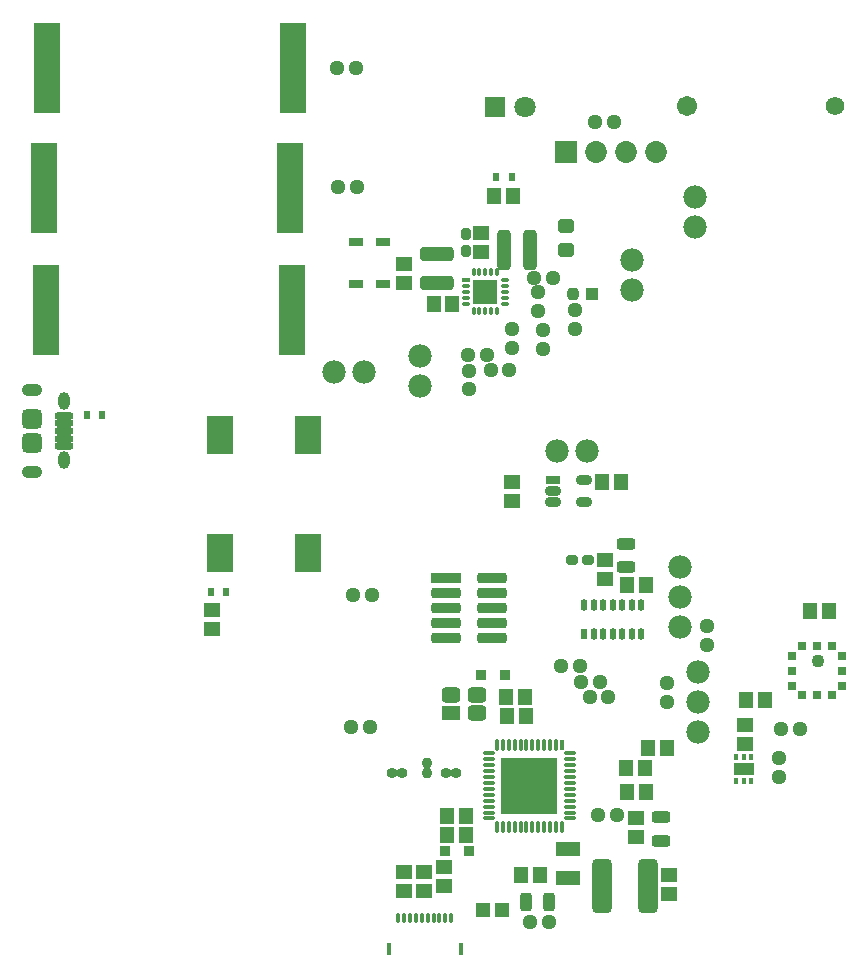
<source format=gts>
G04*
G04 #@! TF.GenerationSoftware,Altium Limited,Altium Designer,23.1.1 (15)*
G04*
G04 Layer_Color=8388736*
%FSLAX44Y44*%
%MOMM*%
G71*
G04*
G04 #@! TF.SameCoordinates,8BC828A1-C8E0-4588-AEB6-AA5E87443106*
G04*
G04*
G04 #@! TF.FilePolarity,Negative*
G04*
G01*
G75*
G04:AMPARAMS|DCode=73|XSize=0.8616mm|YSize=2.5016mm|CornerRadius=0.2408mm|HoleSize=0mm|Usage=FLASHONLY|Rotation=270.000|XOffset=0mm|YOffset=0mm|HoleType=Round|Shape=RoundedRectangle|*
%AMROUNDEDRECTD73*
21,1,0.8616,2.0200,0,0,270.0*
21,1,0.3800,2.5016,0,0,270.0*
1,1,0.4816,-1.0100,-0.1900*
1,1,0.4816,-1.0100,0.1900*
1,1,0.4816,1.0100,0.1900*
1,1,0.4816,1.0100,-0.1900*
%
%ADD73ROUNDEDRECTD73*%
%ADD74R,2.5016X0.8616*%
%ADD75R,0.8532X0.9032*%
%ADD76R,1.6032X1.3032*%
G04:AMPARAMS|DCode=77|XSize=1.6032mm|YSize=1.3032mm|CornerRadius=0.3766mm|HoleSize=0mm|Usage=FLASHONLY|Rotation=0.000|XOffset=0mm|YOffset=0mm|HoleType=Round|Shape=RoundedRectangle|*
%AMROUNDEDRECTD77*
21,1,1.6032,0.5500,0,0,0.0*
21,1,0.8500,1.3032,0,0,0.0*
1,1,0.7532,0.4250,-0.2750*
1,1,0.7532,-0.4250,-0.2750*
1,1,0.7532,-0.4250,0.2750*
1,1,0.7532,0.4250,0.2750*
%
%ADD77ROUNDEDRECTD77*%
%ADD78R,2.1500X2.1500*%
%ADD79R,0.7000X0.3400*%
G04:AMPARAMS|DCode=80|XSize=0.34mm|YSize=0.7mm|CornerRadius=0.11mm|HoleSize=0mm|Usage=FLASHONLY|Rotation=90.000|XOffset=0mm|YOffset=0mm|HoleType=Round|Shape=RoundedRectangle|*
%AMROUNDEDRECTD80*
21,1,0.3400,0.4800,0,0,90.0*
21,1,0.1200,0.7000,0,0,90.0*
1,1,0.2200,0.2400,0.0600*
1,1,0.2200,0.2400,-0.0600*
1,1,0.2200,-0.2400,-0.0600*
1,1,0.2200,-0.2400,0.0600*
%
%ADD80ROUNDEDRECTD80*%
G04:AMPARAMS|DCode=81|XSize=0.34mm|YSize=0.7mm|CornerRadius=0.11mm|HoleSize=0mm|Usage=FLASHONLY|Rotation=0.000|XOffset=0mm|YOffset=0mm|HoleType=Round|Shape=RoundedRectangle|*
%AMROUNDEDRECTD81*
21,1,0.3400,0.4800,0,0,0.0*
21,1,0.1200,0.7000,0,0,0.0*
1,1,0.2200,0.0600,-0.2400*
1,1,0.2200,-0.0600,-0.2400*
1,1,0.2200,-0.0600,0.2400*
1,1,0.2200,0.0600,0.2400*
%
%ADD81ROUNDEDRECTD81*%
G04:AMPARAMS|DCode=82|XSize=3.4032mm|YSize=1.2032mm|CornerRadius=0.3516mm|HoleSize=0mm|Usage=FLASHONLY|Rotation=90.000|XOffset=0mm|YOffset=0mm|HoleType=Round|Shape=RoundedRectangle|*
%AMROUNDEDRECTD82*
21,1,3.4032,0.5000,0,0,90.0*
21,1,2.7000,1.2032,0,0,90.0*
1,1,0.7032,0.2500,1.3500*
1,1,0.7032,0.2500,-1.3500*
1,1,0.7032,-0.2500,-1.3500*
1,1,0.7032,-0.2500,1.3500*
%
%ADD82ROUNDEDRECTD82*%
%ADD83R,1.4032X1.2032*%
G04:AMPARAMS|DCode=84|XSize=0.8032mm|YSize=1.0032mm|CornerRadius=0.2516mm|HoleSize=0mm|Usage=FLASHONLY|Rotation=180.000|XOffset=0mm|YOffset=0mm|HoleType=Round|Shape=RoundedRectangle|*
%AMROUNDEDRECTD84*
21,1,0.8032,0.5000,0,0,180.0*
21,1,0.3000,1.0032,0,0,180.0*
1,1,0.5032,-0.1500,0.2500*
1,1,0.5032,0.1500,0.2500*
1,1,0.5032,0.1500,-0.2500*
1,1,0.5032,-0.1500,-0.2500*
%
%ADD84ROUNDEDRECTD84*%
%ADD85R,1.2032X1.4032*%
G04:AMPARAMS|DCode=86|XSize=2.9032mm|YSize=1.2032mm|CornerRadius=0.3516mm|HoleSize=0mm|Usage=FLASHONLY|Rotation=180.000|XOffset=0mm|YOffset=0mm|HoleType=Round|Shape=RoundedRectangle|*
%AMROUNDEDRECTD86*
21,1,2.9032,0.5000,0,0,180.0*
21,1,2.2000,1.2032,0,0,180.0*
1,1,0.7032,-1.1000,0.2500*
1,1,0.7032,1.1000,0.2500*
1,1,0.7032,1.1000,-0.2500*
1,1,0.7032,-1.1000,-0.2500*
%
%ADD86ROUNDEDRECTD86*%
G04:AMPARAMS|DCode=87|XSize=1.1032mm|YSize=1.1032mm|CornerRadius=0.3266mm|HoleSize=0mm|Usage=FLASHONLY|Rotation=0.000|XOffset=0mm|YOffset=0mm|HoleType=Round|Shape=RoundedRectangle|*
%AMROUNDEDRECTD87*
21,1,1.1032,0.4500,0,0,0.0*
21,1,0.4500,1.1032,0,0,0.0*
1,1,0.6532,0.2250,-0.2250*
1,1,0.6532,-0.2250,-0.2250*
1,1,0.6532,-0.2250,0.2250*
1,1,0.6532,0.2250,0.2250*
%
%ADD87ROUNDEDRECTD87*%
%ADD88R,0.6032X0.8032*%
%ADD89R,1.2532X0.7032*%
G04:AMPARAMS|DCode=90|XSize=1.1032mm|YSize=1.1032mm|CornerRadius=0.3266mm|HoleSize=0mm|Usage=FLASHONLY|Rotation=270.000|XOffset=0mm|YOffset=0mm|HoleType=Round|Shape=RoundedRectangle|*
%AMROUNDEDRECTD90*
21,1,1.1032,0.4500,0,0,270.0*
21,1,0.4500,1.1032,0,0,270.0*
1,1,0.6532,-0.2250,-0.2250*
1,1,0.6532,-0.2250,0.2250*
1,1,0.6532,0.2250,0.2250*
1,1,0.6532,0.2250,-0.2250*
%
%ADD90ROUNDEDRECTD90*%
G04:AMPARAMS|DCode=91|XSize=1.4032mm|YSize=1.2032mm|CornerRadius=0.3516mm|HoleSize=0mm|Usage=FLASHONLY|Rotation=180.000|XOffset=0mm|YOffset=0mm|HoleType=Round|Shape=RoundedRectangle|*
%AMROUNDEDRECTD91*
21,1,1.4032,0.5000,0,0,180.0*
21,1,0.7000,1.2032,0,0,180.0*
1,1,0.7032,-0.3500,0.2500*
1,1,0.7032,0.3500,0.2500*
1,1,0.7032,0.3500,-0.2500*
1,1,0.7032,-0.3500,-0.2500*
%
%ADD91ROUNDEDRECTD91*%
G04:AMPARAMS|DCode=92|XSize=0.4mm|YSize=0.8mm|CornerRadius=0.125mm|HoleSize=0mm|Usage=FLASHONLY|Rotation=0.000|XOffset=0mm|YOffset=0mm|HoleType=Round|Shape=RoundedRectangle|*
%AMROUNDEDRECTD92*
21,1,0.4000,0.5500,0,0,0.0*
21,1,0.1500,0.8000,0,0,0.0*
1,1,0.2500,0.0750,-0.2750*
1,1,0.2500,-0.0750,-0.2750*
1,1,0.2500,-0.0750,0.2750*
1,1,0.2500,0.0750,0.2750*
%
%ADD92ROUNDEDRECTD92*%
G04:AMPARAMS|DCode=93|XSize=0.4mm|YSize=1.1mm|CornerRadius=0.125mm|HoleSize=0mm|Usage=FLASHONLY|Rotation=0.000|XOffset=0mm|YOffset=0mm|HoleType=Round|Shape=RoundedRectangle|*
%AMROUNDEDRECTD93*
21,1,0.4000,0.8500,0,0,0.0*
21,1,0.1500,1.1000,0,0,0.0*
1,1,0.2500,0.0750,-0.4250*
1,1,0.2500,-0.0750,-0.4250*
1,1,0.2500,-0.0750,0.4250*
1,1,0.2500,0.0750,0.4250*
%
%ADD93ROUNDEDRECTD93*%
G04:AMPARAMS|DCode=94|XSize=0.8032mm|YSize=1.3032mm|CornerRadius=0.2516mm|HoleSize=0mm|Usage=FLASHONLY|Rotation=90.000|XOffset=0mm|YOffset=0mm|HoleType=Round|Shape=RoundedRectangle|*
%AMROUNDEDRECTD94*
21,1,0.8032,0.8000,0,0,90.0*
21,1,0.3000,1.3032,0,0,90.0*
1,1,0.5032,0.4000,0.1500*
1,1,0.5032,0.4000,-0.1500*
1,1,0.5032,-0.4000,-0.1500*
1,1,0.5032,-0.4000,0.1500*
%
%ADD94ROUNDEDRECTD94*%
%ADD95R,1.3032X0.8032*%
G04:AMPARAMS|DCode=96|XSize=1.6032mm|YSize=1.0032mm|CornerRadius=0.3016mm|HoleSize=0mm|Usage=FLASHONLY|Rotation=270.000|XOffset=0mm|YOffset=0mm|HoleType=Round|Shape=RoundedRectangle|*
%AMROUNDEDRECTD96*
21,1,1.6032,0.4000,0,0,270.0*
21,1,1.0000,1.0032,0,0,270.0*
1,1,0.6032,-0.2000,-0.5000*
1,1,0.6032,-0.2000,0.5000*
1,1,0.6032,0.2000,0.5000*
1,1,0.6032,0.2000,-0.5000*
%
%ADD96ROUNDEDRECTD96*%
G04:AMPARAMS|DCode=97|XSize=0.5532mm|YSize=0.9532mm|CornerRadius=0.1891mm|HoleSize=0mm|Usage=FLASHONLY|Rotation=180.000|XOffset=0mm|YOffset=0mm|HoleType=Round|Shape=RoundedRectangle|*
%AMROUNDEDRECTD97*
21,1,0.5532,0.5750,0,0,180.0*
21,1,0.1750,0.9532,0,0,180.0*
1,1,0.3782,-0.0875,0.2875*
1,1,0.3782,0.0875,0.2875*
1,1,0.3782,0.0875,-0.2875*
1,1,0.3782,-0.0875,-0.2875*
%
%ADD97ROUNDEDRECTD97*%
%ADD98R,0.5532X0.9532*%
G04:AMPARAMS|DCode=99|XSize=1.6032mm|YSize=1.0032mm|CornerRadius=0.3016mm|HoleSize=0mm|Usage=FLASHONLY|Rotation=180.000|XOffset=0mm|YOffset=0mm|HoleType=Round|Shape=RoundedRectangle|*
%AMROUNDEDRECTD99*
21,1,1.6032,0.4000,0,0,180.0*
21,1,1.0000,1.0032,0,0,180.0*
1,1,0.6032,-0.5000,0.2000*
1,1,0.6032,0.5000,0.2000*
1,1,0.6032,0.5000,-0.2000*
1,1,0.6032,-0.5000,-0.2000*
%
%ADD99ROUNDEDRECTD99*%
G04:AMPARAMS|DCode=100|XSize=1.0032mm|YSize=1.0032mm|CornerRadius=0.3016mm|HoleSize=0mm|Usage=FLASHONLY|Rotation=270.000|XOffset=0mm|YOffset=0mm|HoleType=Round|Shape=RoundedRectangle|*
%AMROUNDEDRECTD100*
21,1,1.0032,0.4000,0,0,270.0*
21,1,0.4000,1.0032,0,0,270.0*
1,1,0.6032,-0.2000,-0.2000*
1,1,0.6032,-0.2000,0.2000*
1,1,0.6032,0.2000,0.2000*
1,1,0.6032,0.2000,-0.2000*
%
%ADD100ROUNDEDRECTD100*%
%ADD101R,1.0032X1.0032*%
%ADD102R,2.2032X3.2032*%
%ADD103R,1.7000X1.1000*%
G04:AMPARAMS|DCode=104|XSize=0.4mm|YSize=0.55mm|CornerRadius=0.125mm|HoleSize=0mm|Usage=FLASHONLY|Rotation=180.000|XOffset=0mm|YOffset=0mm|HoleType=Round|Shape=RoundedRectangle|*
%AMROUNDEDRECTD104*
21,1,0.4000,0.3000,0,0,180.0*
21,1,0.1500,0.5500,0,0,180.0*
1,1,0.2500,-0.0750,0.1500*
1,1,0.2500,0.0750,0.1500*
1,1,0.2500,0.0750,-0.1500*
1,1,0.2500,-0.0750,-0.1500*
%
%ADD104ROUNDEDRECTD104*%
%ADD105R,0.4000X0.5500*%
G04:AMPARAMS|DCode=106|XSize=0.36mm|YSize=0.96mm|CornerRadius=0.115mm|HoleSize=0mm|Usage=FLASHONLY|Rotation=270.000|XOffset=0mm|YOffset=0mm|HoleType=Round|Shape=RoundedRectangle|*
%AMROUNDEDRECTD106*
21,1,0.3600,0.7300,0,0,270.0*
21,1,0.1300,0.9600,0,0,270.0*
1,1,0.2300,-0.3650,-0.0650*
1,1,0.2300,-0.3650,0.0650*
1,1,0.2300,0.3650,0.0650*
1,1,0.2300,0.3650,-0.0650*
%
%ADD106ROUNDEDRECTD106*%
G04:AMPARAMS|DCode=107|XSize=0.36mm|YSize=0.96mm|CornerRadius=0.115mm|HoleSize=0mm|Usage=FLASHONLY|Rotation=0.000|XOffset=0mm|YOffset=0mm|HoleType=Round|Shape=RoundedRectangle|*
%AMROUNDEDRECTD107*
21,1,0.3600,0.7300,0,0,0.0*
21,1,0.1300,0.9600,0,0,0.0*
1,1,0.2300,0.0650,-0.3650*
1,1,0.2300,-0.0650,-0.3650*
1,1,0.2300,-0.0650,0.3650*
1,1,0.2300,0.0650,0.3650*
%
%ADD107ROUNDEDRECTD107*%
%ADD108R,0.3600X0.9600*%
%ADD109R,4.8000X4.8000*%
G04:AMPARAMS|DCode=110|XSize=4.6mm|YSize=1.7mm|CornerRadius=0.45mm|HoleSize=0mm|Usage=FLASHONLY|Rotation=90.000|XOffset=0mm|YOffset=0mm|HoleType=Round|Shape=RoundedRectangle|*
%AMROUNDEDRECTD110*
21,1,4.6000,0.8000,0,0,90.0*
21,1,3.7000,1.7000,0,0,90.0*
1,1,0.9000,0.4000,1.8500*
1,1,0.9000,0.4000,-1.8500*
1,1,0.9000,-0.4000,-1.8500*
1,1,0.9000,-0.4000,1.8500*
%
%ADD110ROUNDEDRECTD110*%
G04:AMPARAMS|DCode=111|XSize=1.7032mm|YSize=1.7532mm|CornerRadius=0.4766mm|HoleSize=0mm|Usage=FLASHONLY|Rotation=270.000|XOffset=0mm|YOffset=0mm|HoleType=Round|Shape=RoundedRectangle|*
%AMROUNDEDRECTD111*
21,1,1.7032,0.8000,0,0,270.0*
21,1,0.7500,1.7532,0,0,270.0*
1,1,0.9532,-0.4000,-0.3750*
1,1,0.9532,-0.4000,0.3750*
1,1,0.9532,0.4000,0.3750*
1,1,0.9532,0.4000,-0.3750*
%
%ADD111ROUNDEDRECTD111*%
G04:AMPARAMS|DCode=112|XSize=0.6032mm|YSize=1.5532mm|CornerRadius=0.2016mm|HoleSize=0mm|Usage=FLASHONLY|Rotation=270.000|XOffset=0mm|YOffset=0mm|HoleType=Round|Shape=RoundedRectangle|*
%AMROUNDEDRECTD112*
21,1,0.6032,1.1500,0,0,270.0*
21,1,0.2000,1.5532,0,0,270.0*
1,1,0.4032,-0.5750,-0.1000*
1,1,0.4032,-0.5750,0.1000*
1,1,0.4032,0.5750,0.1000*
1,1,0.4032,0.5750,-0.1000*
%
%ADD112ROUNDEDRECTD112*%
%ADD113R,2.1032X1.3032*%
%ADD114R,1.1532X1.2032*%
%ADD115R,0.8000X0.7500*%
%ADD116R,0.8000X0.7500*%
%ADD117R,2.2032X7.6032*%
G04:AMPARAMS|DCode=118|XSize=0.78mm|YSize=0.82mm|CornerRadius=0.235mm|HoleSize=0mm|Usage=FLASHONLY|Rotation=180.000|XOffset=0mm|YOffset=0mm|HoleType=Round|Shape=RoundedRectangle|*
%AMROUNDEDRECTD118*
21,1,0.7800,0.3500,0,0,180.0*
21,1,0.3100,0.8200,0,0,180.0*
1,1,0.4700,-0.1550,0.1750*
1,1,0.4700,0.1550,0.1750*
1,1,0.4700,0.1550,-0.1750*
1,1,0.4700,-0.1550,-0.1750*
%
%ADD118ROUNDEDRECTD118*%
G04:AMPARAMS|DCode=119|XSize=0.78mm|YSize=0.82mm|CornerRadius=0.235mm|HoleSize=0mm|Usage=FLASHONLY|Rotation=270.000|XOffset=0mm|YOffset=0mm|HoleType=Round|Shape=RoundedRectangle|*
%AMROUNDEDRECTD119*
21,1,0.7800,0.3500,0,0,270.0*
21,1,0.3100,0.8200,0,0,270.0*
1,1,0.4700,-0.1750,-0.1550*
1,1,0.4700,-0.1750,0.1550*
1,1,0.4700,0.1750,0.1550*
1,1,0.4700,0.1750,-0.1550*
%
%ADD119ROUNDEDRECTD119*%
G04:AMPARAMS|DCode=120|XSize=0.8032mm|YSize=1.0032mm|CornerRadius=0.2516mm|HoleSize=0mm|Usage=FLASHONLY|Rotation=270.000|XOffset=0mm|YOffset=0mm|HoleType=Round|Shape=RoundedRectangle|*
%AMROUNDEDRECTD120*
21,1,0.8032,0.5000,0,0,270.0*
21,1,0.3000,1.0032,0,0,270.0*
1,1,0.5032,-0.2500,-0.1500*
1,1,0.5032,-0.2500,0.1500*
1,1,0.5032,0.2500,0.1500*
1,1,0.5032,0.2500,-0.1500*
%
%ADD120ROUNDEDRECTD120*%
%ADD121C,1.8532*%
%ADD122R,1.8532X1.8532*%
%ADD123C,1.5682*%
%ADD124C,1.7032*%
%ADD125C,1.9812*%
%ADD126R,1.8032X1.8032*%
%ADD127C,1.8032*%
%ADD128O,1.7532X1.0160*%
%ADD129O,1.0160X1.5032*%
%ADD130C,0.7032*%
%ADD131C,1.1000*%
D73*
X403040Y289928D02*
D03*
X364040D02*
D03*
X403040Y302628D02*
D03*
X364040D02*
D03*
X403040Y315327D02*
D03*
X364040D02*
D03*
X403040Y328027D02*
D03*
X364040D02*
D03*
X403040Y340728D02*
D03*
D74*
X364040D02*
D03*
D75*
X394020Y258857D02*
D03*
X414020D02*
D03*
X363380Y109220D02*
D03*
X383380D02*
D03*
D76*
X368476Y225934D02*
D03*
D77*
X390476D02*
D03*
Y241934D02*
D03*
X368476D02*
D03*
D78*
X397510Y582812D02*
D03*
D79*
X381010Y592812D02*
D03*
D80*
Y587812D02*
D03*
Y582812D02*
D03*
Y577812D02*
D03*
Y572812D02*
D03*
X414010D02*
D03*
Y577812D02*
D03*
Y582812D02*
D03*
Y587812D02*
D03*
Y592812D02*
D03*
D81*
X387510Y566312D02*
D03*
X392510D02*
D03*
X397510D02*
D03*
X402510D02*
D03*
X407510D02*
D03*
Y599313D02*
D03*
X402510D02*
D03*
X397510D02*
D03*
X392510D02*
D03*
X387510D02*
D03*
D82*
X435223Y618490D02*
D03*
X413223D02*
D03*
D83*
X393438Y632840D02*
D03*
Y616840D02*
D03*
X328930Y606170D02*
D03*
Y590170D02*
D03*
X362458Y95630D02*
D03*
Y79630D02*
D03*
X345862Y91820D02*
D03*
Y75820D02*
D03*
X328977Y91325D02*
D03*
Y75325D02*
D03*
X499118Y355980D02*
D03*
Y339980D02*
D03*
X420370Y406020D02*
D03*
Y422020D02*
D03*
X166370Y297710D02*
D03*
Y313710D02*
D03*
X553236Y88781D02*
D03*
Y72782D02*
D03*
X617094Y199883D02*
D03*
Y215883D02*
D03*
X525057Y137540D02*
D03*
Y121540D02*
D03*
D84*
X381000Y617840D02*
D03*
Y631840D02*
D03*
D85*
X353696Y572770D02*
D03*
X369696D02*
D03*
X421004Y664210D02*
D03*
X405004D02*
D03*
X512190Y421644D02*
D03*
X496190D02*
D03*
X414910Y240037D02*
D03*
X430910D02*
D03*
X415926Y223805D02*
D03*
X431926D02*
D03*
X365380Y122936D02*
D03*
X381380D02*
D03*
X533780Y334264D02*
D03*
X517780D02*
D03*
X688720Y312550D02*
D03*
X672720D02*
D03*
X634110Y237490D02*
D03*
X618110D02*
D03*
X380872Y139438D02*
D03*
X364872D02*
D03*
X443711Y88740D02*
D03*
X427711D02*
D03*
X517780Y159305D02*
D03*
X533780D02*
D03*
X516510Y179347D02*
D03*
X532510D02*
D03*
X535560Y196850D02*
D03*
X551560D02*
D03*
D86*
X356870Y614550D02*
D03*
Y590550D02*
D03*
D87*
X419862Y535537D02*
D03*
Y551538D02*
D03*
X383921Y516254D02*
D03*
Y500254D02*
D03*
X446199Y550901D02*
D03*
Y534902D02*
D03*
X441960Y566802D02*
D03*
Y582802D02*
D03*
X473710Y567308D02*
D03*
Y551308D02*
D03*
X585470Y300240D02*
D03*
Y284240D02*
D03*
X646430Y172340D02*
D03*
Y188340D02*
D03*
X551560Y235840D02*
D03*
Y251840D02*
D03*
D88*
X419758Y680466D02*
D03*
X406758D02*
D03*
X177950Y328502D02*
D03*
X164950D02*
D03*
X73048Y478536D02*
D03*
X60048D02*
D03*
D89*
X311100Y624840D02*
D03*
X288340D02*
D03*
X311100Y589788D02*
D03*
X288340D02*
D03*
D90*
X401981Y516382D02*
D03*
X417980D02*
D03*
X506220Y726808D02*
D03*
X490220D02*
D03*
X399160Y529590D02*
D03*
X383160D02*
D03*
X451230Y49269D02*
D03*
X435230D02*
D03*
X477900Y266192D02*
D03*
X461900D02*
D03*
X485776Y240030D02*
D03*
X501776D02*
D03*
X478664Y252730D02*
D03*
X494664D02*
D03*
X455040Y595019D02*
D03*
X439040D02*
D03*
X272670Y671830D02*
D03*
X288670D02*
D03*
X285370Y326253D02*
D03*
X301370D02*
D03*
X509055Y139700D02*
D03*
X493055D02*
D03*
X663862Y212725D02*
D03*
X647862D02*
D03*
X288162Y772160D02*
D03*
X272162D02*
D03*
X300100Y214630D02*
D03*
X284100D02*
D03*
D91*
X465591Y618650D02*
D03*
Y638650D02*
D03*
D92*
X323684Y52874D02*
D03*
X328684D02*
D03*
X333684D02*
D03*
X338684D02*
D03*
X343684D02*
D03*
X348684D02*
D03*
X353684D02*
D03*
X368684D02*
D03*
X358684D02*
D03*
X363684D02*
D03*
D93*
X376584Y26374D02*
D03*
X315784D02*
D03*
D94*
X480970Y423947D02*
D03*
Y404947D02*
D03*
X454970D02*
D03*
Y414447D02*
D03*
D95*
Y423947D02*
D03*
D96*
X431667Y66017D02*
D03*
X451667D02*
D03*
D97*
X529413Y317319D02*
D03*
X521413D02*
D03*
X513413D02*
D03*
X505413D02*
D03*
X497412D02*
D03*
X489413D02*
D03*
X481413D02*
D03*
X529413Y293319D02*
D03*
X521413D02*
D03*
X513413D02*
D03*
X505413D02*
D03*
X497412D02*
D03*
X489413D02*
D03*
D98*
X481413D02*
D03*
D99*
X516747Y369704D02*
D03*
Y349704D02*
D03*
X546100Y138222D02*
D03*
Y118222D02*
D03*
D100*
X471806Y580898D02*
D03*
D101*
X487806D02*
D03*
D102*
X172493Y461545D02*
D03*
Y361545D02*
D03*
X247493D02*
D03*
Y461545D02*
D03*
D103*
X616204Y178870D02*
D03*
D104*
X622704Y188620D02*
D03*
X616204D02*
D03*
X609704D02*
D03*
X622704Y169120D02*
D03*
X616204D02*
D03*
D105*
X609704D02*
D03*
D106*
X469162Y192046D02*
D03*
Y187046D02*
D03*
Y182046D02*
D03*
Y177046D02*
D03*
Y172046D02*
D03*
Y167046D02*
D03*
Y162046D02*
D03*
Y157046D02*
D03*
Y152046D02*
D03*
Y147046D02*
D03*
Y142046D02*
D03*
Y137046D02*
D03*
X400462D02*
D03*
Y142046D02*
D03*
Y147046D02*
D03*
Y152046D02*
D03*
Y157046D02*
D03*
Y162046D02*
D03*
Y167046D02*
D03*
Y172046D02*
D03*
Y177046D02*
D03*
Y182046D02*
D03*
Y187046D02*
D03*
Y192046D02*
D03*
D107*
X462313Y130196D02*
D03*
X457313D02*
D03*
X452313D02*
D03*
X447313D02*
D03*
X442313D02*
D03*
X437313D02*
D03*
X432313D02*
D03*
X427313D02*
D03*
X422313D02*
D03*
X417313D02*
D03*
X412313D02*
D03*
X407313D02*
D03*
Y198896D02*
D03*
X412313D02*
D03*
X417313D02*
D03*
X422313D02*
D03*
X427313D02*
D03*
X432313D02*
D03*
X437313D02*
D03*
X442313D02*
D03*
X447313D02*
D03*
X452313D02*
D03*
X457313D02*
D03*
D108*
X462313D02*
D03*
D109*
X434813Y164546D02*
D03*
D110*
X496623Y79873D02*
D03*
X535623D02*
D03*
D111*
X13640Y455120D02*
D03*
Y475120D02*
D03*
D112*
X40640Y452120D02*
D03*
Y458620D02*
D03*
Y465120D02*
D03*
Y471620D02*
D03*
Y478120D02*
D03*
D113*
X467360Y111560D02*
D03*
Y86560D02*
D03*
D114*
X411575Y59690D02*
D03*
X395575D02*
D03*
D115*
X699554Y261888D02*
D03*
Y274588D02*
D03*
Y249188D02*
D03*
X657553Y261888D02*
D03*
Y274588D02*
D03*
Y249185D02*
D03*
D116*
X691024Y283142D02*
D03*
X665620D02*
D03*
X678319D02*
D03*
X691024Y241142D02*
D03*
X665620D02*
D03*
X678319D02*
D03*
D117*
X233680Y567690D02*
D03*
X25680D02*
D03*
X232270Y670560D02*
D03*
X24270D02*
D03*
X234810Y772160D02*
D03*
X26810D02*
D03*
D118*
X347980Y184232D02*
D03*
Y175432D02*
D03*
D119*
X363900Y175768D02*
D03*
X372700D02*
D03*
X318180Y175260D02*
D03*
X326980D02*
D03*
D120*
X484520Y355600D02*
D03*
X470520D02*
D03*
D121*
X542290Y701292D02*
D03*
X516890D02*
D03*
X491490D02*
D03*
D122*
X466090D02*
D03*
D123*
X693168Y740219D02*
D03*
D124*
X568168D02*
D03*
D125*
X575181Y637687D02*
D03*
Y663087D02*
D03*
X342138Y528320D02*
D03*
Y502920D02*
D03*
X458470Y448310D02*
D03*
X483870D02*
D03*
X521601Y609613D02*
D03*
Y584213D02*
D03*
X269748Y514987D02*
D03*
X295148D02*
D03*
X577481Y210058D02*
D03*
Y260858D02*
D03*
Y235458D02*
D03*
X562356Y299212D02*
D03*
Y350012D02*
D03*
Y324612D02*
D03*
D126*
X405892Y739140D02*
D03*
D127*
X431292D02*
D03*
D128*
X13640Y430120D02*
D03*
Y500120D02*
D03*
D129*
X40640Y440120D02*
D03*
Y490120D02*
D03*
D130*
X616204Y178870D02*
D03*
D131*
X679227Y270016D02*
D03*
M02*

</source>
